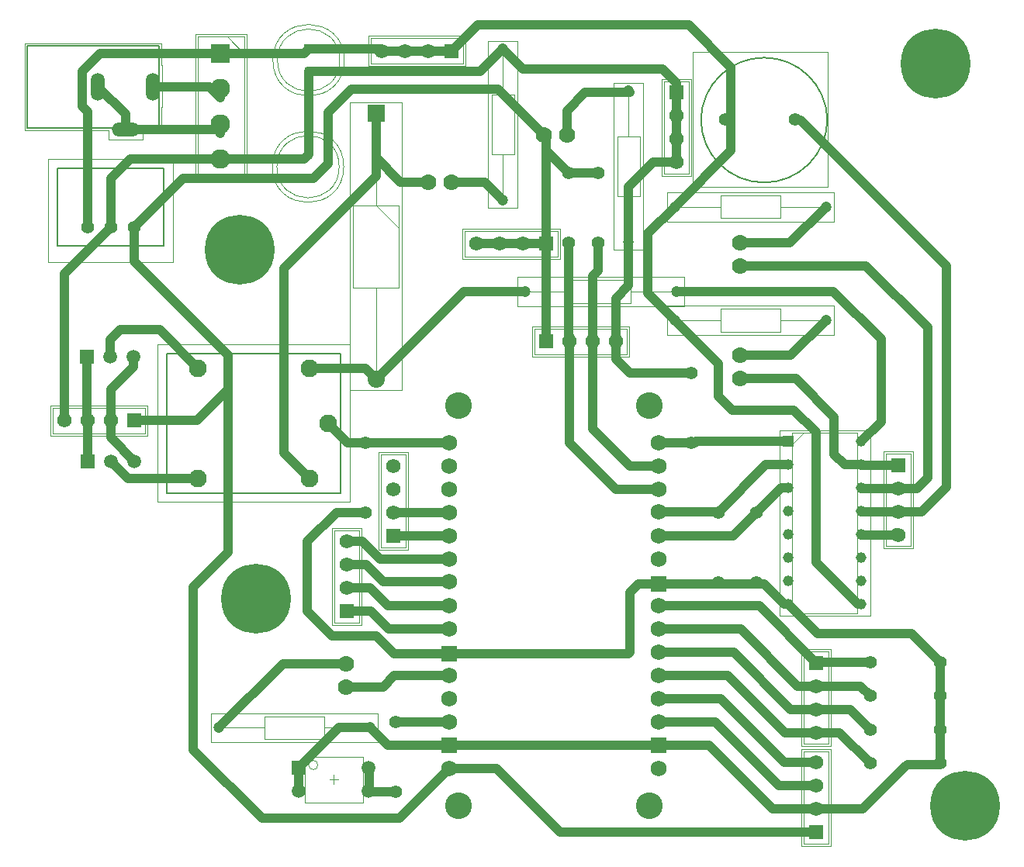
<source format=gbl>
G04*
G04 #@! TF.GenerationSoftware,Altium Limited,Altium Designer,18.0.9 (584)*
G04*
G04 Layer_Physical_Order=2*
G04 Layer_Color=16711680*
%FSLAX44Y44*%
%MOMM*%
G71*
G01*
G75*
%ADD10C,0.2000*%
%ADD11C,0.1000*%
%ADD14C,0.1270*%
%ADD15C,0.4000*%
%ADD18C,0.0001*%
%ADD19C,0.0500*%
%ADD43C,1.0000*%
%ADD44C,7.6200*%
%ADD45C,1.5000*%
%ADD46R,1.5000X1.5000*%
%ADD47R,1.5750X1.5750*%
%ADD48C,1.5750*%
%ADD49R,1.5750X1.5750*%
%ADD50R,1.1600X1.1600*%
%ADD51C,1.1600*%
%ADD52R,2.1300X2.1300*%
%ADD53C,2.1300*%
%ADD54C,1.8750*%
%ADD55R,1.8750X1.8750*%
%ADD56R,1.1000X1.1000*%
%ADD57C,1.1000*%
%ADD58C,1.2000*%
%ADD59C,1.4170*%
%ADD60C,1.4000*%
%ADD61C,1.9500*%
%ADD62C,1.7780*%
%ADD63O,3.0160X1.5080*%
%ADD64O,1.5080X3.0160*%
%ADD65C,2.9210*%
%ADD66C,1.7526*%
%ADD67R,1.7526X1.7526*%
%ADD68C,0.0000*%
D10*
X994720Y1150620D02*
G03*
X1132620Y1150620I68950J0D01*
G01*
D02*
G03*
X994720Y1150620I-68950J-1530D01*
G01*
X292520Y1012510D02*
Y1097510D01*
X408520D01*
Y1012510D02*
Y1097510D01*
X292520Y1012510D02*
X408520D01*
X601730Y742760D02*
Y894760D01*
X411730D02*
X601730D01*
X411730Y742760D02*
Y894760D01*
Y742760D02*
X601730D01*
D11*
X600500Y1215245D02*
G03*
X600500Y1215245I-34000J0D01*
G01*
X599875Y1098945D02*
G03*
X599875Y1098945I-34000J0D01*
G01*
X576630Y445760D02*
G03*
X576630Y445760I-5000J0D01*
G01*
X388370Y807990D02*
Y835390D01*
X287270Y807990D02*
X388370D01*
X287270D02*
Y835390D01*
X388370D01*
X1106540Y569710D02*
X1133940D01*
Y468610D02*
Y569710D01*
X1106540Y468610D02*
X1133940D01*
X1106540D02*
Y569710D01*
X813050Y894350D02*
Y921750D01*
X914150D01*
Y894350D02*
Y921750D01*
X813050Y894350D02*
X914150D01*
X594630Y600892D02*
X622030D01*
X594630D02*
Y701992D01*
X622030D01*
Y600892D02*
Y701992D01*
X735160Y1211670D02*
Y1239070D01*
X634060Y1211670D02*
X735160D01*
X634060D02*
Y1239070D01*
X735160D01*
X954040Y1192309D02*
X981440D01*
Y1091209D02*
Y1192309D01*
X954040Y1091209D02*
X981440D01*
X954040D02*
Y1192309D01*
X838255Y1001030D02*
Y1028430D01*
X737155Y1001030D02*
X838255D01*
X737155D02*
Y1028430D01*
X838255D01*
X1196184Y785680D02*
X1223584D01*
Y684580D02*
Y785680D01*
X1196184Y684580D02*
X1223584D01*
X1196184D02*
Y785680D01*
X1106440Y359660D02*
X1133840D01*
X1106440D02*
Y460760D01*
X1133840D01*
Y359660D02*
Y460760D01*
X645430Y683510D02*
X672830D01*
X645430D02*
Y784610D01*
X672830D01*
Y683510D02*
Y784610D01*
X1094420Y808380D02*
X1165520D01*
Y611480D02*
Y808380D01*
X1094420Y611480D02*
X1165520D01*
X1094420D02*
Y808380D01*
Y795680D02*
X1107120Y808380D01*
X496680Y1088645D02*
Y1241045D01*
X445880Y1088645D02*
X496680D01*
X445880D02*
Y1241045D01*
X496680D01*
X477430D02*
X496680Y1221795D01*
X640080Y866970D02*
Y966970D01*
Y1056970D02*
Y1156970D01*
Y1056970D02*
X665100Y1031950D01*
X615050Y1056970D02*
X665100D01*
X615050Y966970D02*
Y1056970D01*
Y966970D02*
X665100D01*
Y1056970D01*
X791090Y1112245D02*
Y1177245D01*
X766090Y1112245D02*
X791090D01*
X766090D02*
Y1177245D01*
X791090D01*
X778590D02*
Y1227245D01*
Y1062245D02*
Y1112245D01*
X903250Y1066734D02*
Y1131734D01*
X928250D01*
Y1066734D02*
Y1131734D01*
X903250Y1066734D02*
X928250D01*
X915750Y1016734D02*
Y1066734D01*
Y1131734D02*
Y1181734D01*
X518730Y473910D02*
X583730D01*
X518730D02*
Y498910D01*
X583730D01*
Y473910D02*
Y498910D01*
Y486410D02*
X633730D01*
X468730D02*
X518730D01*
X1016199Y943796D02*
X1081199D01*
Y918796D02*
Y943796D01*
X1016199Y918796D02*
X1081199D01*
X1016199D02*
Y943796D01*
X966199Y931296D02*
X1016199D01*
X1081199D02*
X1131199D01*
X1016199Y1067689D02*
X1081199D01*
Y1042689D02*
Y1067689D01*
X1016199Y1042689D02*
X1081199D01*
X1016199D02*
Y1067689D01*
X966199Y1055189D02*
X1016199D01*
X1081199D02*
X1131199D01*
X852640Y975160D02*
X917640D01*
Y950160D02*
Y975160D01*
X852640Y950160D02*
X917640D01*
X852640D02*
Y975160D01*
X802640Y962660D02*
X852640D01*
X917640D02*
X967640D01*
X562630Y404760D02*
X625630D01*
X562630Y454760D02*
X625630D01*
Y404760D02*
Y454760D01*
X562630Y404760D02*
Y454760D01*
X985380Y1076670D02*
X1133280D01*
Y1224570D01*
X985380D02*
X1133280D01*
X985380Y1076670D02*
Y1224570D01*
X282520Y994510D02*
Y1107510D01*
X418520D01*
Y994510D02*
Y1107510D01*
X282520Y994510D02*
X418520D01*
X611730Y732760D02*
Y904760D01*
X401730D02*
X611730D01*
X401730Y732760D02*
Y904760D01*
Y732760D02*
X611730D01*
X594130Y424760D02*
Y434760D01*
X589130Y429760D02*
X599130D01*
D14*
X259550Y1141180D02*
Y1231180D01*
X403550Y1141180D02*
Y1231180D01*
X259550D02*
X403550D01*
X259550Y1141180D02*
X403550D01*
X259550D02*
Y1231180D01*
X403550Y1141180D02*
Y1231180D01*
X259550D02*
X403550D01*
X259550Y1141180D02*
X403550D01*
X259550D02*
Y1231180D01*
X403550D01*
X385050Y1141180D02*
X403550D01*
Y1201680D02*
Y1231180D01*
X259550Y1141180D02*
X349050D01*
X403550D02*
Y1171680D01*
D15*
X414550Y1186180D02*
G03*
X414550Y1186180I-2000J0D01*
G01*
D18*
X358550Y1144180D02*
X374550D01*
X358550Y1134180D02*
Y1144180D01*
Y1134180D02*
X374550D01*
Y1144180D01*
X331550Y1178180D02*
Y1194180D01*
Y1178180D02*
X341550D01*
Y1194180D01*
X331550D02*
X341550D01*
X391550Y1178180D02*
Y1194180D01*
Y1178180D02*
X401550D01*
Y1194180D01*
X391550D02*
X401550D01*
D19*
X605500Y1215245D02*
G03*
X605500Y1215245I-39000J0D01*
G01*
X604875Y1098945D02*
G03*
X604875Y1098945I-39000J0D01*
G01*
X390870Y805490D02*
Y837890D01*
X284770Y805490D02*
X390870D01*
X284770D02*
Y837890D01*
X390870D01*
X1104040Y572210D02*
X1136440D01*
Y466110D02*
Y572210D01*
X1104040Y466110D02*
X1136440D01*
X1104040D02*
Y572210D01*
X810550Y891850D02*
Y924250D01*
X916650D01*
Y891850D02*
Y924250D01*
X810550Y891850D02*
X916650D01*
X592130Y598392D02*
X624530D01*
X592130D02*
Y704492D01*
X624530D01*
Y598392D02*
Y704492D01*
X737660Y1209170D02*
Y1241570D01*
X631560Y1209170D02*
X737660D01*
X631560D02*
Y1241570D01*
X737660D01*
X951540Y1194809D02*
X983940D01*
Y1088709D02*
Y1194809D01*
X951540Y1088709D02*
X983940D01*
X951540D02*
Y1194809D01*
X840755Y998530D02*
Y1030930D01*
X734655Y998530D02*
X840755D01*
X734655D02*
Y1030930D01*
X840755D01*
X1193684Y788180D02*
X1226084D01*
Y682080D02*
Y788180D01*
X1193684Y682080D02*
X1226084D01*
X1193684D02*
Y788180D01*
X1103940Y357160D02*
X1136340D01*
X1103940D02*
Y463260D01*
X1136340D01*
Y357160D02*
Y463260D01*
X642930Y681010D02*
X675330D01*
X642930D02*
Y787110D01*
X675330D01*
Y681010D02*
Y787110D01*
X1080370Y810880D02*
X1179570D01*
Y608980D02*
Y810880D01*
X1080370Y608980D02*
X1179570D01*
X1080370D02*
Y810880D01*
X499180Y1086145D02*
Y1243545D01*
X443380Y1086145D02*
X499180D01*
X443380D02*
Y1243545D01*
X499180D01*
X611550Y1168850D02*
X668600D01*
X611550Y855100D02*
Y1168850D01*
Y855100D02*
X668600D01*
Y1168850D01*
X794590Y1053745D02*
Y1235745D01*
X762590Y1053745D02*
X794590D01*
X762590D02*
Y1235745D01*
X794590D01*
X899750Y1008234D02*
Y1190234D01*
X931750D01*
Y1008234D02*
Y1190234D01*
X899750Y1008234D02*
X931750D01*
X460230Y470410D02*
X642230D01*
X460230D02*
Y502410D01*
X642230D01*
Y470410D02*
Y502410D01*
X957699Y947296D02*
X1139699D01*
Y915296D02*
Y947296D01*
X957699Y915296D02*
X1139699D01*
X957699D02*
Y947296D01*
Y1071189D02*
X1139699D01*
Y1039189D02*
Y1071189D01*
X957699Y1039189D02*
X1139699D01*
X957699D02*
Y1071189D01*
X794140Y978660D02*
X976140D01*
Y946660D02*
Y978660D01*
X794140Y946660D02*
X976140D01*
X794140D02*
Y978660D01*
X406050Y1209680D02*
X407050D01*
Y1163680D02*
Y1209680D01*
X406050Y1163680D02*
X407050D01*
X406050Y1138680D02*
Y1163680D01*
Y1209680D02*
Y1233680D01*
X256550D02*
X406050D01*
X256550Y1138680D02*
Y1233680D01*
Y1138680D02*
X348050D01*
Y1128180D02*
Y1138680D01*
Y1128180D02*
X385050D01*
Y1138680D01*
X406050D01*
D43*
X719720Y772160D02*
X720170Y771710D01*
X719720Y746760D02*
X720170Y746310D01*
X771340Y441510D02*
X840740Y372110D01*
X720170Y441510D02*
X771340D01*
X948770Y643440D02*
X1063440D01*
X902005Y888695D02*
Y955345D01*
X1220470Y445770D02*
X1253755D01*
X1170940Y397510D02*
X1217930Y444500D01*
X1253755Y445770D02*
X1255630Y447645D01*
X1224485Y589280D02*
X1255630Y558135D01*
X1122020Y589280D02*
X1224485D01*
X1090270Y621030D02*
X1122020Y589280D01*
X591820Y586740D02*
X640080D01*
X565150Y613410D02*
X591820Y586740D01*
X565150Y613410D02*
Y689610D01*
X596900Y721360D01*
X628650D01*
X915220Y567240D02*
X916940Y568960D01*
X720170Y567240D02*
X915220D01*
X916940Y568960D02*
Y633730D01*
X948770Y466910D02*
X1003750D01*
X720170D02*
X948770D01*
X825805Y1116725D02*
X850330Y1092200D01*
X825805Y1116725D02*
Y1130995D01*
Y1014730D02*
Y1116725D01*
X823040Y1133760D02*
X825805Y1130995D01*
X825500Y1014425D02*
X825805Y1014730D01*
X825500Y908050D02*
Y1014425D01*
X1255630Y521305D02*
Y558135D01*
Y484475D02*
Y521305D01*
Y447645D02*
Y484475D01*
X1120140Y397510D02*
X1170940D01*
X1003750Y466910D02*
X1073150Y397510D01*
X1120140D01*
X1079500Y422910D02*
X1120140D01*
Y448310D02*
X1122680D01*
X1085850D02*
X1120140D01*
X1016450Y517710D02*
X1085850Y448310D01*
X948770Y517710D02*
X1016450D01*
X840740Y372110D02*
X1120140D01*
X478790Y855980D02*
Y892810D01*
Y678180D02*
Y855980D01*
X444500Y821690D02*
X478790Y855980D01*
X375920Y821690D02*
X444500D01*
X375920Y995680D02*
X478790Y892810D01*
X375920Y995680D02*
Y1032510D01*
X440690Y640080D02*
X478790Y678180D01*
X440690Y462280D02*
Y640080D01*
Y462280D02*
X515620Y387350D01*
X666010D01*
X720170Y441510D01*
X640080Y1108710D02*
Y1156970D01*
Y1088390D02*
Y1108710D01*
X539750Y988060D02*
X640080Y1088390D01*
X539750Y786740D02*
Y988060D01*
Y786740D02*
X567730Y758760D01*
X628290Y878760D02*
X640080Y866970D01*
X567730Y878760D02*
X628290D01*
X640080Y866970D02*
X735770Y962660D01*
X802640D01*
X565875Y1086445D02*
X572095D01*
X588010Y1102360D01*
Y1158240D01*
X613410Y1183640D01*
X773160D01*
X823040Y1133760D01*
X666750Y1082040D02*
X697230D01*
X640080Y1108710D02*
X666750Y1082040D01*
X722630Y1081590D02*
X759245D01*
X936989Y960506D02*
Y1025979D01*
X966199Y1055189D01*
X1027549Y1116539D01*
Y1149350D01*
X966199Y931296D02*
X1013460Y884035D01*
X936989Y960506D02*
X966199Y931296D01*
X754090Y1202745D02*
X778590Y1227245D01*
X566500Y1202745D02*
X754090D01*
X659950Y543110D02*
X720170D01*
X719720Y695960D02*
X720170Y695510D01*
X659130Y695960D02*
X719720D01*
Y721360D02*
X720170Y720910D01*
X659130Y721360D02*
X719720D01*
X644856Y670110D02*
X720170D01*
X625424Y689542D02*
X644856Y670110D01*
X659130Y772160D02*
X659580Y771710D01*
X608330Y689542D02*
X625424D01*
X629611Y664142D02*
X647773Y645980D01*
X608330Y664142D02*
X629611D01*
X647773Y645980D02*
X720170D01*
X653230Y619310D02*
X720170D01*
X633798Y638742D02*
X653230Y619310D01*
X608330Y638742D02*
X633798D01*
X608330Y613342D02*
X634691D01*
X654123Y593910D01*
X720170D01*
X1169670Y798830D02*
X1191260Y820420D01*
Y910590D01*
X1139190Y962660D02*
X1191260Y910590D01*
X967640Y962660D02*
X1139190D01*
X1209884Y722430D02*
X1235510D01*
X1262380Y749300D01*
Y990419D01*
X1103449Y1149350D02*
X1262380Y990419D01*
X1037714Y990400D02*
X1174950D01*
X1242060Y923290D01*
Y759460D02*
Y923290D01*
X1230430Y747830D02*
X1242060Y759460D01*
X1209884Y747830D02*
X1230430D01*
X1140220Y785100D02*
Y825740D01*
X1098550Y867410D02*
X1140220Y825740D01*
X1037714Y867410D02*
X1098550D01*
X1120140Y666750D02*
Y808990D01*
X1096010Y833120D02*
X1120140Y808990D01*
X1028700Y833120D02*
X1096010D01*
X1013460Y848360D02*
X1028700Y833120D01*
X1013460Y848360D02*
Y884035D01*
X1091810Y1015800D02*
X1131199Y1055189D01*
X1037714Y1015800D02*
X1091810D01*
X1092713Y892810D02*
X1131199Y931296D01*
X1037714Y892810D02*
X1092713D01*
X1120140Y666750D02*
X1165860Y621030D01*
X1027549Y1149350D02*
Y1207651D01*
X981710Y1253490D02*
X1027549Y1207651D01*
X750830Y1253490D02*
X981710D01*
X722710Y1225370D02*
X750830Y1253490D01*
X952500Y1205230D02*
X967740Y1189990D01*
X800605Y1205230D02*
X952500D01*
X778590Y1227245D02*
X800605Y1205230D01*
X942369Y1103659D02*
X967740D01*
X915750Y1077040D02*
X942369Y1103659D01*
X915750Y1016734D02*
Y1077040D01*
X967740Y1103659D02*
Y1129059D01*
Y1154459D01*
Y1179859D01*
Y1189990D01*
X1085850Y621030D02*
X1090270D01*
X1169670Y697230D02*
X1169870Y697030D01*
X1209884D01*
X1169670Y722630D02*
X1169870Y722430D01*
X1209884D01*
X1169670Y748030D02*
X1169870Y747830D01*
X1209884D01*
X1169670Y773430D02*
X1169870Y773230D01*
X1209884D01*
X1151890Y773430D02*
X1169670D01*
X1140220Y785100D02*
X1151890Y773430D01*
X1165860Y621030D02*
X1169670D01*
X988060Y797560D02*
X989330Y798830D01*
X1090270D01*
X1013460Y721360D02*
X1065530Y773430D01*
X1090270D01*
X1055370Y721360D02*
X1082040Y748030D01*
X1090270D01*
X948770Y695510D02*
X1029520D01*
X1055370Y721360D01*
X1063440Y643440D02*
X1085850Y621030D01*
X1012640Y722180D02*
X1013460Y721360D01*
X948770Y722180D02*
X1012640D01*
X916940Y633730D02*
X926650Y643440D01*
X948770D01*
X902005Y888695D02*
X916940Y873760D01*
X984250D01*
X948770Y797110D02*
X949220Y797560D01*
X988060D01*
X749605Y1014730D02*
X775005D01*
X800405D01*
X825805D01*
X902150Y746310D02*
X948770D01*
X851205Y797255D02*
X902150Y746310D01*
X851205Y797255D02*
Y914400D01*
X917390Y771710D02*
X948770D01*
X876605Y812495D02*
X917390Y771710D01*
X876605Y812495D02*
Y914400D01*
X882650Y985520D02*
Y1016000D01*
X876605Y979475D02*
X882650Y985520D01*
X915750Y969090D02*
Y1016734D01*
X902005Y955345D02*
X915750Y969090D01*
X876605Y914400D02*
Y979475D01*
X850330Y915275D02*
X851205Y914400D01*
X850330Y915275D02*
Y1016000D01*
X565875Y1111445D02*
X566500Y1112070D01*
X561525Y1107095D02*
X565875Y1111445D01*
X868335Y1179830D02*
X916940D01*
X850330Y1092200D02*
X882650D01*
X640080Y586740D02*
X659580Y567240D01*
X720170D01*
X1207809Y699105D02*
X1209884Y697030D01*
X1207809Y775305D02*
X1209884Y773230D01*
X1010100Y492310D02*
X1079500Y422910D01*
X948770Y492310D02*
X1010100D01*
X1146015Y481060D02*
X1179430Y447645D01*
X1120240Y481060D02*
X1146015D01*
X1157445Y506460D02*
X1179430Y484475D01*
X1120240Y506460D02*
X1157445D01*
X1168875Y531860D02*
X1179430Y521305D01*
X1120240Y531860D02*
X1168875D01*
X1086120Y481060D02*
X1120240D01*
X1024070Y543110D02*
X1086120Y481060D01*
X948770Y543110D02*
X1024070D01*
X1092470Y506460D02*
X1120240D01*
X1030420Y568510D02*
X1092470Y506460D01*
X948770Y568510D02*
X1030420D01*
X1100090Y531860D02*
X1120240D01*
X1038040Y593910D02*
X1100090Y531860D01*
X948770Y593910D02*
X1038040D01*
X1058190Y619310D02*
X1120240Y557260D01*
X948770Y619310D02*
X1058190D01*
X1120240Y557260D02*
X1121115Y558135D01*
X1179430D01*
X556030Y442460D02*
X599980Y486410D01*
X633730D01*
X556030Y417060D02*
Y442460D01*
X632460Y416830D02*
Y441960D01*
Y416830D02*
X632730Y416560D01*
X632230Y417060D02*
X632460Y416830D01*
X632730Y416560D02*
X661670D01*
X633730Y486410D02*
X653230Y466910D01*
X720170D01*
X661670Y492760D02*
X662120Y492310D01*
X720170D01*
X468730Y486410D02*
X538580Y556260D01*
X607315D01*
Y530860D02*
X647700D01*
X659950Y543110D01*
X719282Y593022D02*
X720170Y593910D01*
X718012Y643822D02*
X720170Y645980D01*
X719282Y669222D02*
X720170Y670110D01*
X848440Y1133760D02*
Y1159935D01*
X868335Y1179830D01*
X325120Y1032510D02*
Y1159155D01*
X319010Y1165265D02*
X325120Y1159155D01*
X319010Y1165265D02*
Y1202930D01*
X338675Y1222595D01*
X469980D01*
X350520Y1032510D02*
Y1085850D01*
X371765Y1107095D01*
X469980D01*
X429855Y1086445D02*
X565875D01*
X375920Y1032510D02*
X429855Y1086445D01*
X671910Y1225370D02*
X673180Y1224100D01*
X469980Y1107095D02*
X561525D01*
X566500Y1112070D02*
Y1202745D01*
X759245Y1081590D02*
X778590Y1062245D01*
X697310Y1225370D02*
X722710D01*
X671910D02*
X697310D01*
X646510D02*
X671910D01*
X644135Y1227745D02*
X646510Y1225370D01*
X566500Y1227745D02*
X644135D01*
X561350Y1222595D02*
X566500Y1227745D01*
X469980Y1222595D02*
X561350D01*
X458030Y1186180D02*
X469980Y1174230D01*
X396550Y1186180D02*
X458030D01*
X466530Y1139180D02*
X469980Y1135730D01*
X366550Y1139180D02*
X466530D01*
X366550D02*
Y1156180D01*
X336550Y1186180D02*
X366550Y1156180D01*
X299720Y981710D02*
X350520Y1032510D01*
X299720Y821690D02*
Y981710D01*
X350520Y821690D02*
Y855980D01*
X375420Y880880D01*
Y891560D01*
X369375Y758760D02*
X445730D01*
X350895Y777240D02*
X369375Y758760D01*
X350520Y803015D02*
X376295Y777240D01*
X350520Y803015D02*
Y821690D01*
X324620Y819150D02*
Y891560D01*
X325120Y777615D02*
X325495Y777240D01*
X325120Y777615D02*
Y821690D01*
X350020Y891560D02*
Y910090D01*
X360680Y920750D01*
X403740D01*
X445730Y878760D01*
X587730Y818760D02*
X608930Y797560D01*
X647700D01*
X648150Y797110D01*
X720170D01*
D44*
X509271Y627380D02*
D03*
X491490Y1008380D02*
D03*
X1250951Y1211580D02*
D03*
X1282700Y401320D02*
D03*
D45*
X375420Y891560D02*
D03*
X350020D02*
D03*
X350895Y777240D02*
D03*
X376295D02*
D03*
X632230Y417060D02*
D03*
Y442460D02*
D03*
X556030Y417060D02*
D03*
D46*
X324620Y891560D02*
D03*
X325495Y777240D02*
D03*
X556030Y442460D02*
D03*
D47*
X375920Y821690D02*
D03*
X825500Y908050D02*
D03*
X722710Y1225370D02*
D03*
X825805Y1014730D02*
D03*
D48*
X350520Y821690D02*
D03*
X325120D02*
D03*
X299720D02*
D03*
X1120240Y531860D02*
D03*
Y506460D02*
D03*
Y481060D02*
D03*
X850900Y908050D02*
D03*
X876300D02*
D03*
X901700D02*
D03*
X608330Y638742D02*
D03*
Y664142D02*
D03*
Y689542D02*
D03*
X697310Y1225370D02*
D03*
X671910D02*
D03*
X646510D02*
D03*
X967740Y1154459D02*
D03*
Y1129059D02*
D03*
Y1103659D02*
D03*
X800405Y1014730D02*
D03*
X775005D02*
D03*
X749605D02*
D03*
X1209884Y747830D02*
D03*
Y722430D02*
D03*
Y697030D02*
D03*
X1120140Y397510D02*
D03*
Y422910D02*
D03*
Y448310D02*
D03*
X659130Y721360D02*
D03*
Y746760D02*
D03*
Y772160D02*
D03*
D49*
X1120240Y557260D02*
D03*
X608330Y613342D02*
D03*
X967740Y1179859D02*
D03*
X1209884Y773230D02*
D03*
X1120140Y372110D02*
D03*
X659130Y695960D02*
D03*
D50*
X1090270Y798830D02*
D03*
D51*
Y773430D02*
D03*
Y748030D02*
D03*
Y722630D02*
D03*
Y697230D02*
D03*
Y671830D02*
D03*
Y646430D02*
D03*
Y621030D02*
D03*
X1169670D02*
D03*
Y646430D02*
D03*
Y671830D02*
D03*
Y697230D02*
D03*
Y722630D02*
D03*
Y748030D02*
D03*
Y773430D02*
D03*
Y798830D02*
D03*
D52*
X469980Y1222595D02*
D03*
D53*
Y1184095D02*
D03*
Y1145595D02*
D03*
Y1107095D02*
D03*
D54*
X640080Y866970D02*
D03*
D55*
Y1156970D02*
D03*
D56*
X566500Y1227745D02*
D03*
X565875Y1086445D02*
D03*
D57*
X566500Y1202745D02*
D03*
X565875Y1111445D02*
D03*
D58*
X778590Y1227245D02*
D03*
Y1062245D02*
D03*
X915750Y1016734D02*
D03*
Y1181734D02*
D03*
X633730Y486410D02*
D03*
X468730D02*
D03*
X966199Y931296D02*
D03*
X1131199D02*
D03*
X966199Y1055189D02*
D03*
X1131199D02*
D03*
X802640Y962660D02*
D03*
X967640D02*
D03*
D59*
X1021380Y1150620D02*
D03*
X1097280D02*
D03*
D60*
X375920Y1032510D02*
D03*
X350520D02*
D03*
X325120D02*
D03*
X1179430Y558135D02*
D03*
X1255630D02*
D03*
X850330Y1016000D02*
D03*
Y1092200D02*
D03*
X1179430Y447645D02*
D03*
X1255630D02*
D03*
X1013460Y645160D02*
D03*
Y721360D02*
D03*
X628650Y797560D02*
D03*
Y721360D02*
D03*
X661670Y492760D02*
D03*
Y416560D02*
D03*
X1055370Y645160D02*
D03*
Y721360D02*
D03*
X1179430Y521305D02*
D03*
X1255630D02*
D03*
X1179430Y484475D02*
D03*
X1255630D02*
D03*
X882650Y1016000D02*
D03*
Y1092200D02*
D03*
X984250Y873760D02*
D03*
Y797560D02*
D03*
D61*
X587730Y818760D02*
D03*
X567730Y758760D02*
D03*
X445730D02*
D03*
Y878760D02*
D03*
X567730D02*
D03*
D62*
X697230Y1082040D02*
D03*
X722630D02*
D03*
X823040Y1133760D02*
D03*
X848440D02*
D03*
X607315Y530860D02*
D03*
Y556260D02*
D03*
X1037714Y1015800D02*
D03*
Y990400D02*
D03*
Y892810D02*
D03*
Y867410D02*
D03*
D63*
X366550Y1139180D02*
D03*
D64*
X336550Y1186180D02*
D03*
X396550D02*
D03*
D65*
X938610Y837750D02*
D03*
X730330D02*
D03*
X938610Y400870D02*
D03*
X730330D02*
D03*
D66*
X720170Y441510D02*
D03*
Y543110D02*
D03*
Y517710D02*
D03*
Y492310D02*
D03*
Y593910D02*
D03*
Y619310D02*
D03*
Y645980D02*
D03*
Y797110D02*
D03*
Y771710D02*
D03*
Y746310D02*
D03*
Y720910D02*
D03*
Y695510D02*
D03*
Y670110D02*
D03*
X948770Y441510D02*
D03*
Y543110D02*
D03*
Y517710D02*
D03*
Y492310D02*
D03*
Y568510D02*
D03*
Y593910D02*
D03*
Y619310D02*
D03*
Y797110D02*
D03*
Y771710D02*
D03*
Y746310D02*
D03*
Y722180D02*
D03*
Y695510D02*
D03*
Y670110D02*
D03*
D67*
X720170Y466910D02*
D03*
Y567240D02*
D03*
X948770Y466910D02*
D03*
Y643440D02*
D03*
D68*
X1169059Y773230D02*
X1169870D01*
M02*

</source>
